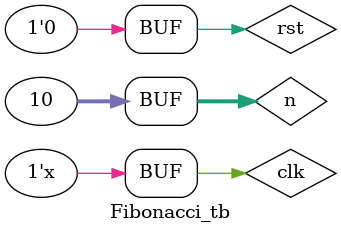
<source format=v>
/*********************************************************************************
*FileName:	Fibonacci Number
*Author:	zongsheng hou
*Version:	v1
*Date:  	2020.07.08
*Description:  
			斐波那契数列是一种数列，每一项是通过将前两项相加而得到的。 从0和1开始，顺序为0、1、1、2、3、5、8、13、
			21、34，依此类推。 通常，表达式为xn = xn-1 + xn-2。 假设最大值n = 256，以下代码将生成第n个斐波那契数。 值“n”
			作为输入传递给模块（nth_number）
*Others:  
*Function List:
1.…………
2.…………
*History:  //修改历史记录列表，每条修改记录应包含修改日期、修改者及修改内容简介

**********************************************************************************/
module Fibonacci (
				input clk,rst,
				input integer n,
				output wire [127:0] outp
				);

reg [127:0] num1,num2,counter;

always @ (posedge clk, posedge rst) begin
if (rst) begin  num1<='d0; num2<='d1; counter<='d2; end
else begin
	num2<=num1+num2;
	num1<=num2;
	counter<=counter+1;
end
end

assign outp=(counter==n) ? num2 : 'd0;

endmodule

module Fibonacci_tb;

reg clk,rst;
integer n;
wire [127:0] outp;

Fibonacci U1 ( clk,rst,n,outp);

initial begin
{clk,rst}=2'b00;
n=10;
#7 rst=1;
#20 rst=0;
end

always #5 clk=~clk;

endmodule


</source>
